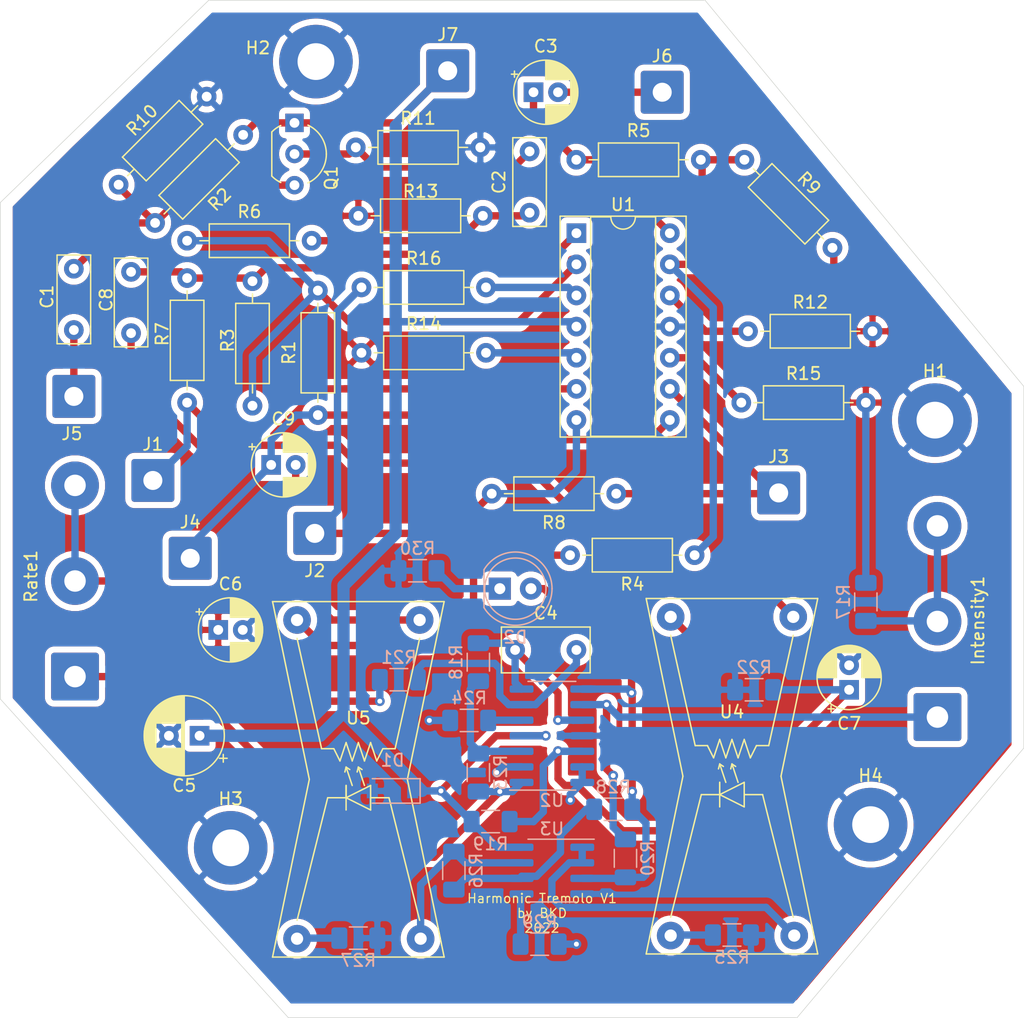
<source format=kicad_pcb>
(kicad_pcb (version 20171130) (host pcbnew "(5.1.12)-1")
  (layers (0 F.Cu signal) (31 B.Cu signal) (34 B.Paste user hide) (35 F.Paste user) (36 B.SilkS user hide) (37 F.SilkS user) (38 B.Mask user) (39 F.Mask user) (44 Edge.Cuts user))
  (net 0 "")
  (net 1 "Net-(C1-Pad1)")
  (net 2 "Net-(C1-Pad2)")
  (net 3 "Net-(C2-Pad1)")
  (net 4 "Net-(C2-Pad2)")
  (net 5 "Net-(C3-Pad2)")
  (net 6 "Net-(C3-Pad1)")
  (net 7 GND)
  (net 8 4.5V)
  (net 9 +9V)
  (net 10 "Net-(Intensity1-Pad1)")
  (net 11 "Net-(J2-Pad1)")
  (net 12 "Net-(J3-Pad1)")
  (net 13 Low)
  (net 14 "Net-(R12-Pad1)")
  (net 15 "Net-(R14-Pad2)")
  (net 16 High)
  (net 17 "Net-(R18-Pad2)")
  (net 18 "Net-(R21-Pad2)")
  (net 19 ModL)
  (net 20 ModH)
  (net 21 "Net-(R24-Pad1)")
  (net 22 "Net-(C4-Pad1)")
  (net 23 "Net-(C4-Pad2)")
  (net 24 "Net-(C7-Pad1)")
  (net 25 "Net-(D2-Pad1)")
  (net 26 "Net-(D2-Pad2)")
  (net 27 "Net-(Intensity1-Pad2)")
  (net 28 "Net-(J1-Pad1)")
  (net 29 "Net-(R1-Pad2)")
  (net 30 "Net-(R4-Pad1)")
  (net 31 "Net-(R15-Pad1)")
  (net 32 "Net-(R16-Pad2)")
  (net 33 "Net-(R23-Pad1)")
  (net 34 "Net-(R25-Pad1)")
  (net 35 "Net-(R26-Pad2)")
  (net 36 "Net-(R26-Pad1)")
  (net 37 "Net-(R27-Pad1)")
  (net 38 "Net-(R29-Pad2)")
  (net 39 "Net-(U3-Pad1)")
  (net 40 "Net-(C8-Pad1)")
  (net 41 "Net-(C9-Pad1)")
  (module Diode_SMD:D_SOD-123 (layer B.Cu) (at 159 131.5 180)
    (fp_text reference D1 (at 0 2.5) (layer B.SilkS) (effects (justify mirror)))
    (fp_text value SM4001)
    (pad 2 smd rect (at 1.65 0 180) (size 0.9 1.2) (layers B.Cu B.Paste B.Mask) (net 7 GND))
    (pad 1 smd rect (at -1.65 0 180) (size 0.9 1.2) (layers B.Cu B.Paste B.Mask) (net 9 +9V))
  )
  (module Resistor_SMD:R_1206_3216Metric_Pad1.30x1.75mm_HandSolder (layer B.Cu) (at 197.612 116.078 270)
    (fp_text reference R17 (at 0 1.82 90) (layer B.SilkS) (effects (justify mirror)))
    (fp_text value 4.7k)
    (pad 2 smd roundrect (at 1.55 0 270) (size 1.3 1.75) (layers B.Cu B.Paste B.Mask) (roundrect_rratio 0.1923069230769231) (net 27 "Net-(Intensity1-Pad2)"))
    (pad 1 smd roundrect (at -1.55 0 270) (size 1.3 1.75) (layers B.Cu B.Paste B.Mask) (roundrect_rratio 0.1923069230769231) (net 8 4.5V))
  )
  (module Capacitor_THT:C_Rect_L7.0mm_W2.5mm_P5.00mm (layer F.Cu) (at 170.18 84.328 90)
    (fp_text reference C2 (at 2.5 -2.5 90) (layer F.SilkS))
    (fp_text value 100n)
    (pad 1 thru_hole circle (at 0 0 90) (size 1.6 1.6) (drill 0.8) (layers *.Cu *.Mask) (net 3 "Net-(C2-Pad1)"))
    (pad 2 thru_hole circle (at 5 0 90) (size 1.6 1.6) (drill 0.8) (layers *.Cu *.Mask) (net 4 "Net-(C2-Pad2)"))
  )
  (module Capacitor_THT:C_Rect_L7.0mm_W2.5mm_P5.00mm (layer F.Cu) (at 137.668 89.154 270)
    (fp_text reference C8 (at 2.286 2.032 90) (layer F.SilkS))
    (fp_text value 47n)
    (pad 1 thru_hole circle (at 0 0 270) (size 1.6 1.6) (drill 0.8) (layers *.Cu *.Mask) (net 40 "Net-(C8-Pad1)"))
    (pad 2 thru_hole circle (at 5 0 270) (size 1.6 1.6) (drill 0.8) (layers *.Cu *.Mask) (net 16 High))
  )
  (module Capacitor_THT:CP_Radial_D6.3mm_P2.50mm (layer F.Cu) (at 143.256 127 180)
    (fp_text reference C5 (at 1.25 -4.064) (layer F.SilkS))
    (fp_text value 220u)
    (pad 2 thru_hole circle (at 2.5 0 180) (size 1.6 1.6) (drill 0.8) (layers *.Cu *.Mask) (net 7 GND))
    (pad 1 thru_hole rect (at 0 0 180) (size 1.6 1.6) (drill 0.8) (layers *.Cu *.Mask) (net 9 +9V))
  )
  (module Connector_Wire:SolderWire-1sqmm_1x03_P7.8mm_D1.4mm_OD3.9mm (layer F.Cu) (at 203.454 125.476 90)
    (fp_text reference Intensity1 (at 7.874 3.302 90) (layer F.SilkS))
    (fp_text value 100k)
    (pad 3 thru_hole circle (at 15.6 0 90) (size 3.9 3.9) (drill 1.75) (layers *.Cu *.Mask) (net 27 "Net-(Intensity1-Pad2)"))
    (pad 2 thru_hole circle (at 7.8 0 90) (size 3.9 3.9) (drill 1.75) (layers *.Cu *.Mask) (net 27 "Net-(Intensity1-Pad2)"))
    (pad 1 thru_hole roundrect (at 0 0 90) (size 3.9 3.9) (drill 1.75) (layers *.Cu *.Mask) (roundrect_rratio 0.06410282051282051) (net 10 "Net-(Intensity1-Pad1)"))
  )
  (module Connector_Wire:SolderWire-1sqmm_1x03_P7.8mm_D1.4mm_OD3.9mm (layer F.Cu) (at 133.096 122.174 90)
    (fp_text reference Rate1 (at 8.174 -3.596 90) (layer F.SilkS))
    (fp_text value 1Meg)
    (pad 3 thru_hole circle (at 15.6 0 90) (size 3.9 3.9) (drill 1.75) (layers *.Cu *.Mask) (net 18 "Net-(R21-Pad2)"))
    (pad 2 thru_hole circle (at 7.8 0 90) (size 3.9 3.9) (drill 1.75) (layers *.Cu *.Mask) (net 18 "Net-(R21-Pad2)"))
    (pad 1 thru_hole roundrect (at 0 0 90) (size 3.9 3.9) (drill 1.75) (layers *.Cu *.Mask) (roundrect_rratio 0.06410282051282051) (net 33 "Net-(R23-Pad1)"))
  )
  (module Vactrol:Vactrol (layer F.Cu) (at 186.69 130.302 90)
    (fp_text reference U4 (at 5.25 0 180) (layer F.SilkS))
    (fp_text value VTL5C)
    (pad 4 thru_hole circle (at 13 5 90) (size 2.25 2.25) (drill 1) (layers *.Cu *.Mask) (net 16 High))
    (pad 3 thru_hole circle (at 13 -5 90) (size 2.25 2.25) (drill 1) (layers *.Cu *.Mask) (net 20 ModH))
    (pad 2 thru_hole circle (at -13 5.08 90) (size 2.25 2.25) (drill 1) (layers *.Cu *.Mask) (net 39 "Net-(U3-Pad1)"))
    (pad 1 thru_hole circle (at -13 -5 90) (size 2.25 2.25) (drill 1) (layers *.Cu *.Mask) (net 34 "Net-(R25-Pad1)"))
  )
  (module Vactrol:Vactrol (layer F.Cu) (at 156.21 130.556 90)
    (fp_text reference U5 (at 5 0) (layer F.SilkS))
    (fp_text value VTL5C)
    (pad 4 thru_hole circle (at 13 5 90) (size 2.25 2.25) (drill 1) (layers *.Cu *.Mask) (net 13 Low))
    (pad 3 thru_hole circle (at 13 -5 90) (size 2.25 2.25) (drill 1) (layers *.Cu *.Mask) (net 19 ModL))
    (pad 2 thru_hole circle (at -13 5.08 90) (size 2.25 2.25) (drill 1) (layers *.Cu *.Mask) (net 35 "Net-(R26-Pad2)"))
    (pad 1 thru_hole circle (at -13 -5 90) (size 2.25 2.25) (drill 1) (layers *.Cu *.Mask) (net 37 "Net-(R27-Pad1)"))
  )
  (module Capacitor_THT:C_Rect_L7.0mm_W2.5mm_P5.00mm (layer F.Cu) (at 133 88.9 270)
    (fp_text reference C1 (at 2.286 2.19 90) (layer F.SilkS))
    (fp_text value 47n)
    (pad 2 thru_hole circle (at 5 0 270) (size 1.6 1.6) (drill 0.8) (layers *.Cu *.Mask) (net 2 "Net-(C1-Pad2)"))
    (pad 1 thru_hole circle (at 0 0 270) (size 1.6 1.6) (drill 0.8) (layers *.Cu *.Mask) (net 1 "Net-(C1-Pad1)"))
  )
  (module Capacitor_THT:CP_Radial_D5.0mm_P2.00mm (layer F.Cu) (at 170.5 74.5)
    (fp_text reference C3 (at 1 -3.75) (layer F.SilkS))
    (fp_text value 4.7u)
    (pad 2 thru_hole circle (at 2 0) (size 1.6 1.6) (drill 0.8) (layers *.Cu *.Mask) (net 5 "Net-(C3-Pad2)"))
    (pad 1 thru_hole rect (at 0 0) (size 1.6 1.6) (drill 0.8) (layers *.Cu *.Mask) (net 6 "Net-(C3-Pad1)"))
  )
  (module Capacitor_THT:C_Rect_L7.0mm_W3.5mm_P5.00mm (layer F.Cu) (at 169 120)
    (fp_text reference C4 (at 2.5 -3) (layer F.SilkS))
    (fp_text value 1u)
    (pad 1 thru_hole circle (at 0 0) (size 1.6 1.6) (drill 0.8) (layers *.Cu *.Mask) (net 22 "Net-(C4-Pad1)"))
    (pad 2 thru_hole circle (at 5 0) (size 1.6 1.6) (drill 0.8) (layers *.Cu *.Mask) (net 23 "Net-(C4-Pad2)"))
  )
  (module Capacitor_THT:CP_Radial_D5.0mm_P2.00mm (layer F.Cu) (at 144.78 118.364)
    (fp_text reference C6 (at 1 -3.75) (layer F.SilkS))
    (fp_text value 10u)
    (pad 1 thru_hole rect (at 0 0) (size 1.6 1.6) (drill 0.8) (layers *.Cu *.Mask) (net 8 4.5V))
    (pad 2 thru_hole circle (at 2 0) (size 1.6 1.6) (drill 0.8) (layers *.Cu *.Mask) (net 7 GND))
  )
  (module Capacitor_THT:CP_Radial_D5.0mm_P2.00mm (layer F.Cu) (at 196.25 123.25 90)
    (fp_text reference C7 (at -2.75 0 180) (layer F.SilkS))
    (fp_text value 10u)
    (pad 1 thru_hole rect (at 0 0 90) (size 1.6 1.6) (drill 0.8) (layers *.Cu *.Mask) (net 24 "Net-(C7-Pad1)"))
    (pad 2 thru_hole circle (at 2 0 90) (size 1.6 1.6) (drill 0.8) (layers *.Cu *.Mask) (net 7 GND))
  )
  (module LED_THT:LED_D5.0mm (layer B.Cu) (at 167.75 115)
    (fp_text reference D2 (at 1.27 3.96) (layer B.SilkS) (effects (justify mirror)))
    (fp_text value LED)
    (pad 1 thru_hole rect (at 0 0) (size 1.8 1.8) (drill 0.9) (layers *.Cu *.Mask) (net 25 "Net-(D2-Pad1)"))
    (pad 2 thru_hole circle (at 2.54 0) (size 1.8 1.8) (drill 0.9) (layers *.Cu *.Mask) (net 26 "Net-(D2-Pad2)"))
  )
  (module Connector_Wire:SolderWire-0.75sqmm_1x01_D1.25mm_OD3.5mm (layer F.Cu) (at 139.446 106.172)
    (fp_text reference J1 (at 0 -2.95) (layer F.SilkS))
    (fp_text value CA1)
    (pad 1 thru_hole roundrect (at 0 0) (size 3.5 3.5) (drill 1.55) (layers *.Cu *.Mask) (roundrect_rratio 0.07142885714285714) (net 28 "Net-(J1-Pad1)"))
  )
  (module Connector_Wire:SolderWire-0.75sqmm_1x01_D1.25mm_OD3.5mm (layer F.Cu) (at 152.654 110.49)
    (fp_text reference J2 (at 0 3.048) (layer F.SilkS))
    (fp_text value CA2)
    (pad 1 thru_hole roundrect (at 0 0) (size 3.5 3.5) (drill 1.55) (layers *.Cu *.Mask) (roundrect_rratio 0.07142885714285714) (net 11 "Net-(J2-Pad1)"))
  )
  (module Connector_Wire:SolderWire-0.75sqmm_1x01_D1.25mm_OD3.5mm (layer F.Cu) (at 190.5 107.188)
    (fp_text reference J3 (at 0 -2.95) (layer F.SilkS))
    (fp_text value CB1)
    (pad 1 thru_hole roundrect (at 0 0) (size 3.5 3.5) (drill 1.55) (layers *.Cu *.Mask) (roundrect_rratio 0.07142885714285714) (net 12 "Net-(J3-Pad1)"))
  )
  (module Connector_Wire:SolderWire-0.75sqmm_1x01_D1.25mm_OD3.5mm (layer F.Cu) (at 142.494 112.522)
    (fp_text reference J4 (at 0 -2.95) (layer F.SilkS))
    (fp_text value CB2)
    (pad 1 thru_hole roundrect (at 0 0) (size 3.5 3.5) (drill 1.55) (layers *.Cu *.Mask) (roundrect_rratio 0.07142885714285714) (net 41 "Net-(C9-Pad1)"))
  )
  (module Connector_Wire:SolderWire-0.75sqmm_1x01_D1.25mm_OD3.5mm (layer F.Cu) (at 133 99.314)
    (fp_text reference J5 (at -0.158 3.048) (layer F.SilkS))
    (fp_text value Input)
    (pad 1 thru_hole roundrect (at 0 0) (size 3.5 3.5) (drill 1.55) (layers *.Cu *.Mask) (roundrect_rratio 0.07142885714285714) (net 2 "Net-(C1-Pad2)"))
  )
  (module Connector_Wire:SolderWire-0.75sqmm_1x01_D1.25mm_OD3.5mm (layer F.Cu) (at 181 74.5)
    (fp_text reference J6 (at 0 -2.95) (layer F.SilkS))
    (fp_text value Out)
    (pad 1 thru_hole roundrect (at 0 0) (size 3.5 3.5) (drill 1.55) (layers *.Cu *.Mask) (roundrect_rratio 0.07142885714285714) (net 5 "Net-(C3-Pad2)"))
  )
  (module Connector_Wire:SolderWire-0.75sqmm_1x01_D1.25mm_OD3.5mm (layer F.Cu) (at 163.5 72.75)
    (fp_text reference J7 (at 0 -2.95) (layer F.SilkS))
    (fp_text value V+)
    (pad 1 thru_hole roundrect (at 0 0) (size 3.5 3.5) (drill 1.55) (layers *.Cu *.Mask) (roundrect_rratio 0.07142885714285714) (net 9 +9V))
  )
  (module Package_TO_SOT_THT:TO-92_Inline_Wide (layer F.Cu) (at 151 77 270)
    (fp_text reference Q1 (at 4.5 -3 90) (layer F.SilkS))
    (fp_text value Q_NJFET_DSG)
    (pad 2 thru_hole circle (at 2.54 0 270) (size 1.5 1.5) (drill 0.8) (layers *.Cu *.Mask) (net 4 "Net-(C2-Pad2)"))
    (pad 3 thru_hole circle (at 5.08 0 270) (size 1.5 1.5) (drill 0.8) (layers *.Cu *.Mask) (net 1 "Net-(C1-Pad1)"))
    (pad 1 thru_hole rect (at 0 0 270) (size 1.5 1.5) (drill 0.8) (layers *.Cu *.Mask) (net 9 +9V))
  )
  (module Resistor_THT:R_Axial_DIN0207_L6.3mm_D2.5mm_P10.16mm_Horizontal (layer F.Cu) (at 152.908 100.838 90)
    (fp_text reference R1 (at 5.08 -2.37 90) (layer F.SilkS))
    (fp_text value 22k)
    (pad 2 thru_hole oval (at 10.16 0 90) (size 1.6 1.6) (drill 0.8) (layers *.Cu *.Mask) (net 29 "Net-(R1-Pad2)"))
    (pad 1 thru_hole circle (at 0 0 90) (size 1.6 1.6) (drill 0.8) (layers *.Cu *.Mask) (net 41 "Net-(C9-Pad1)"))
  )
  (module Resistor_THT:R_Axial_DIN0207_L6.3mm_D2.5mm_P10.16mm_Horizontal (layer F.Cu) (at 146.812 77.978 225)
    (fp_text reference R2 (at 5.08 -2.37 45) (layer F.SilkS))
    (fp_text value 1Meg)
    (pad 2 thru_hole oval (at 10.16 0 225) (size 1.6 1.6) (drill 0.8) (layers *.Cu *.Mask) (net 1 "Net-(C1-Pad1)"))
    (pad 1 thru_hole circle (at 0 0 225) (size 1.6 1.6) (drill 0.8) (layers *.Cu *.Mask) (net 9 +9V))
  )
  (module Resistor_THT:R_Axial_DIN0207_L6.3mm_D2.5mm_P10.16mm_Horizontal (layer F.Cu) (at 147.574 89.916 270)
    (fp_text reference R3 (at 4.826 2.032 90) (layer F.SilkS))
    (fp_text value 22k)
    (pad 1 thru_hole circle (at 0 0 270) (size 1.6 1.6) (drill 0.8) (layers *.Cu *.Mask) (net 40 "Net-(C8-Pad1)"))
    (pad 2 thru_hole oval (at 10.16 0 270) (size 1.6 1.6) (drill 0.8) (layers *.Cu *.Mask) (net 29 "Net-(R1-Pad2)"))
  )
  (module Resistor_THT:R_Axial_DIN0207_L6.3mm_D2.5mm_P10.16mm_Horizontal (layer F.Cu) (at 183.642 112.268 180)
    (fp_text reference R4 (at 5.08 -2.37) (layer F.SilkS))
    (fp_text value 100k)
    (pad 2 thru_hole oval (at 10.16 0 180) (size 1.6 1.6) (drill 0.8) (layers *.Cu *.Mask) (net 19 ModL))
    (pad 1 thru_hole circle (at 0 0 180) (size 1.6 1.6) (drill 0.8) (layers *.Cu *.Mask) (net 30 "Net-(R4-Pad1)"))
  )
  (module Resistor_THT:R_Axial_DIN0207_L6.3mm_D2.5mm_P10.16mm_Horizontal (layer F.Cu) (at 173.99 80.01)
    (fp_text reference R5 (at 5.08 -2.37) (layer F.SilkS))
    (fp_text value 100k)
    (pad 1 thru_hole circle (at 0 0) (size 1.6 1.6) (drill 0.8) (layers *.Cu *.Mask) (net 6 "Net-(C3-Pad1)"))
    (pad 2 thru_hole oval (at 10.16 0) (size 1.6 1.6) (drill 0.8) (layers *.Cu *.Mask) (net 30 "Net-(R4-Pad1)"))
  )
  (module Resistor_THT:R_Axial_DIN0207_L6.3mm_D2.5mm_P10.16mm_Horizontal (layer F.Cu) (at 142.24 86.614)
    (fp_text reference R6 (at 5.08 -2.37) (layer F.SilkS))
    (fp_text value 22k)
    (pad 2 thru_hole oval (at 10.16 0) (size 1.6 1.6) (drill 0.8) (layers *.Cu *.Mask) (net 3 "Net-(C2-Pad1)"))
    (pad 1 thru_hole circle (at 0 0) (size 1.6 1.6) (drill 0.8) (layers *.Cu *.Mask) (net 29 "Net-(R1-Pad2)"))
  )
  (module Resistor_THT:R_Axial_DIN0207_L6.3mm_D2.5mm_P10.16mm_Horizontal (layer F.Cu) (at 142.24 99.822 90)
    (fp_text reference R7 (at 5.588 -2.032 90) (layer F.SilkS))
    (fp_text value 22k)
    (pad 2 thru_hole oval (at 10.16 0 90) (size 1.6 1.6) (drill 0.8) (layers *.Cu *.Mask) (net 40 "Net-(C8-Pad1)"))
    (pad 1 thru_hole circle (at 0 0 90) (size 1.6 1.6) (drill 0.8) (layers *.Cu *.Mask) (net 28 "Net-(J1-Pad1)"))
  )
  (module Resistor_THT:R_Axial_DIN0207_L6.3mm_D2.5mm_P10.16mm_Horizontal (layer F.Cu) (at 177.25 107.25 180)
    (fp_text reference R8 (at 5.08 -2.37) (layer F.SilkS))
    (fp_text value 22k)
    (pad 2 thru_hole oval (at 10.16 0 180) (size 1.6 1.6) (drill 0.8) (layers *.Cu *.Mask) (net 11 "Net-(J2-Pad1)"))
    (pad 1 thru_hole circle (at 0 0 180) (size 1.6 1.6) (drill 0.8) (layers *.Cu *.Mask) (net 12 "Net-(J3-Pad1)"))
  )
  (module Resistor_THT:R_Axial_DIN0207_L6.3mm_D2.5mm_P10.16mm_Horizontal (layer F.Cu) (at 187.706 80.01 315)
    (fp_text reference R9 (at 5.08 -2.37 135) (layer F.SilkS))
    (fp_text value 47k)
    (pad 1 thru_hole circle (at 0 0 315) (size 1.6 1.6) (drill 0.8) (layers *.Cu *.Mask) (net 30 "Net-(R4-Pad1)"))
    (pad 2 thru_hole oval (at 10.16 0 315) (size 1.6 1.6) (drill 0.8) (layers *.Cu *.Mask) (net 20 ModH))
  )
  (module Resistor_THT:R_Axial_DIN0207_L6.3mm_D2.5mm_P10.16mm_Horizontal (layer F.Cu) (at 136.652 82.042 45)
    (fp_text reference R10 (at 5.08 -2.37 45) (layer F.SilkS))
    (fp_text value 1Meg)
    (pad 1 thru_hole circle (at 0 0 45) (size 1.6 1.6) (drill 0.8) (layers *.Cu *.Mask) (net 1 "Net-(C1-Pad1)"))
    (pad 2 thru_hole oval (at 10.16 0 45) (size 1.6 1.6) (drill 0.8) (layers *.Cu *.Mask) (net 7 GND))
  )
  (module Resistor_THT:R_Axial_DIN0207_L6.3mm_D2.5mm_P10.16mm_Horizontal (layer F.Cu) (at 156 79)
    (fp_text reference R11 (at 5.08 -2.37) (layer F.SilkS))
    (fp_text value 2.2k)
    (pad 2 thru_hole oval (at 10.16 0) (size 1.6 1.6) (drill 0.8) (layers *.Cu *.Mask) (net 7 GND))
    (pad 1 thru_hole circle (at 0 0) (size 1.6 1.6) (drill 0.8) (layers *.Cu *.Mask) (net 4 "Net-(C2-Pad2)"))
  )
  (module Resistor_THT:R_Axial_DIN0207_L6.3mm_D2.5mm_P10.16mm_Horizontal (layer F.Cu) (at 188 94)
    (fp_text reference R12 (at 5.08 -2.37) (layer F.SilkS))
    (fp_text value 22k)
    (pad 2 thru_hole oval (at 10.16 0) (size 1.6 1.6) (drill 0.8) (layers *.Cu *.Mask) (net 8 4.5V))
    (pad 1 thru_hole circle (at 0 0) (size 1.6 1.6) (drill 0.8) (layers *.Cu *.Mask) (net 14 "Net-(R12-Pad1)"))
  )
  (module Resistor_THT:R_Axial_DIN0207_L6.3mm_D2.5mm_P10.16mm_Horizontal (layer F.Cu) (at 166.37 84.582 180)
    (fp_text reference R13 (at 5.08 2) (layer F.SilkS))
    (fp_text value 2.2Meg)
    (pad 1 thru_hole circle (at 0 0 180) (size 1.6 1.6) (drill 0.8) (layers *.Cu *.Mask) (net 3 "Net-(C2-Pad1)"))
    (pad 2 thru_hole oval (at 10.16 0 180) (size 1.6 1.6) (drill 0.8) (layers *.Cu *.Mask) (net 8 4.5V))
  )
  (module Resistor_THT:R_Axial_DIN0207_L6.3mm_D2.5mm_P10.16mm_Horizontal (layer F.Cu) (at 156.464 95.758)
    (fp_text reference R14 (at 5.08 -2.37) (layer F.SilkS))
    (fp_text value 22k)
    (pad 1 thru_hole circle (at 0 0) (size 1.6 1.6) (drill 0.8) (layers *.Cu *.Mask) (net 8 4.5V))
    (pad 2 thru_hole oval (at 10.16 0) (size 1.6 1.6) (drill 0.8) (layers *.Cu *.Mask) (net 15 "Net-(R14-Pad2)"))
  )
  (module Resistor_THT:R_Axial_DIN0207_L6.3mm_D2.5mm_P10.16mm_Horizontal (layer F.Cu) (at 187.452 99.822)
    (fp_text reference R15 (at 5.08 -2.37) (layer F.SilkS))
    (fp_text value 22k)
    (pad 1 thru_hole circle (at 0 0) (size 1.6 1.6) (drill 0.8) (layers *.Cu *.Mask) (net 31 "Net-(R15-Pad1)"))
    (pad 2 thru_hole oval (at 10.16 0) (size 1.6 1.6) (drill 0.8) (layers *.Cu *.Mask) (net 8 4.5V))
  )
  (module Resistor_THT:R_Axial_DIN0207_L6.3mm_D2.5mm_P10.16mm_Horizontal (layer F.Cu) (at 156.464 90.424)
    (fp_text reference R16 (at 5.08 -2.37) (layer F.SilkS))
    (fp_text value 27k)
    (pad 1 thru_hole circle (at 0 0) (size 1.6 1.6) (drill 0.8) (layers *.Cu *.Mask) (net 11 "Net-(J2-Pad1)"))
    (pad 2 thru_hole oval (at 10.16 0) (size 1.6 1.6) (drill 0.8) (layers *.Cu *.Mask) (net 32 "Net-(R16-Pad2)"))
  )
  (module Resistor_SMD:R_1206_3216Metric_Pad1.30x1.75mm_HandSolder (layer B.Cu) (at 166 121 270)
    (fp_text reference R18 (at 0 1.82 90) (layer B.SilkS) (effects (justify mirror)))
    (fp_text value 10k)
    (pad 2 smd roundrect (at 1.55 0 270) (size 1.3 1.75) (layers B.Cu B.Paste B.Mask) (roundrect_rratio 0.1923069230769231) (net 17 "Net-(R18-Pad2)"))
    (pad 1 smd roundrect (at -1.55 0 270) (size 1.3 1.75) (layers B.Cu B.Paste B.Mask) (roundrect_rratio 0.1923069230769231) (net 22 "Net-(C4-Pad1)"))
  )
  (module Resistor_SMD:R_1206_3216Metric_Pad1.30x1.75mm_HandSolder (layer B.Cu) (at 167 134)
    (fp_text reference R19 (at 0 1.82) (layer B.SilkS) (effects (justify mirror)))
    (fp_text value 100k)
    (pad 1 smd roundrect (at -1.55 0) (size 1.3 1.75) (layers B.Cu B.Paste B.Mask) (roundrect_rratio 0.1923069230769231) (net 9 +9V))
    (pad 2 smd roundrect (at 1.55 0) (size 1.3 1.75) (layers B.Cu B.Paste B.Mask) (roundrect_rratio 0.1923069230769231) (net 24 "Net-(C7-Pad1)"))
  )
  (module Resistor_SMD:R_1206_3216Metric_Pad1.30x1.75mm_HandSolder (layer B.Cu) (at 178 137 90)
    (fp_text reference R20 (at 0 1.82 90) (layer B.SilkS) (effects (justify mirror)))
    (fp_text value 470k)
    (pad 2 smd roundrect (at 1.55 0 90) (size 1.3 1.75) (layers B.Cu B.Paste B.Mask) (roundrect_rratio 0.1923069230769231) (net 10 "Net-(Intensity1-Pad1)"))
    (pad 1 smd roundrect (at -1.55 0 90) (size 1.3 1.75) (layers B.Cu B.Paste B.Mask) (roundrect_rratio 0.1923069230769231) (net 26 "Net-(D2-Pad2)"))
  )
  (module Resistor_SMD:R_1206_3216Metric_Pad1.30x1.75mm_HandSolder (layer B.Cu) (at 159.512 122.428 180)
    (fp_text reference R21 (at 0 1.82) (layer B.SilkS) (effects (justify mirror)))
    (fp_text value 100k)
    (pad 1 smd roundrect (at -1.55 0 180) (size 1.3 1.75) (layers B.Cu B.Paste B.Mask) (roundrect_rratio 0.1923069230769231) (net 23 "Net-(C4-Pad2)"))
    (pad 2 smd roundrect (at 1.55 0 180) (size 1.3 1.75) (layers B.Cu B.Paste B.Mask) (roundrect_rratio 0.1923069230769231) (net 18 "Net-(R21-Pad2)"))
  )
  (module Resistor_SMD:R_1206_3216Metric_Pad1.30x1.75mm_HandSolder (layer B.Cu) (at 188.5 123.25 180)
    (fp_text reference R22 (at 0 1.82) (layer B.SilkS) (effects (justify mirror)))
    (fp_text value 100k)
    (pad 1 smd roundrect (at -1.55 0 180) (size 1.3 1.75) (layers B.Cu B.Paste B.Mask) (roundrect_rratio 0.1923069230769231) (net 24 "Net-(C7-Pad1)"))
    (pad 2 smd roundrect (at 1.55 0 180) (size 1.3 1.75) (layers B.Cu B.Paste B.Mask) (roundrect_rratio 0.1923069230769231) (net 7 GND))
  )
  (module Resistor_SMD:R_1206_3216Metric_Pad1.30x1.75mm_HandSolder (layer B.Cu) (at 166 130 90)
    (fp_text reference R23 (at 0 1.82 90) (layer B.SilkS) (effects (justify mirror)))
    (fp_text value 47k)
    (pad 1 smd roundrect (at -1.55 0 90) (size 1.3 1.75) (layers B.Cu B.Paste B.Mask) (roundrect_rratio 0.1923069230769231) (net 33 "Net-(R23-Pad1)"))
    (pad 2 smd roundrect (at 1.55 0 90) (size 1.3 1.75) (layers B.Cu B.Paste B.Mask) (roundrect_rratio 0.1923069230769231) (net 17 "Net-(R18-Pad2)"))
  )
  (module Resistor_SMD:R_1206_3216Metric_Pad1.30x1.75mm_HandSolder (layer B.Cu) (at 165.25 125.75 180)
    (fp_text reference R24 (at 0 1.82) (layer B.SilkS) (effects (justify mirror)))
    (fp_text value 100k)
    (pad 1 smd roundrect (at -1.55 0 180) (size 1.3 1.75) (layers B.Cu B.Paste B.Mask) (roundrect_rratio 0.1923069230769231) (net 21 "Net-(R24-Pad1)"))
    (pad 2 smd roundrect (at 1.55 0 180) (size 1.3 1.75) (layers B.Cu B.Paste B.Mask) (roundrect_rratio 0.1923069230769231) (net 8 4.5V))
  )
  (module Resistor_SMD:R_1206_3216Metric_Pad1.30x1.75mm_HandSolder (layer B.Cu) (at 186.69 143.256)
    (fp_text reference R25 (at 0 1.82) (layer B.SilkS) (effects (justify mirror)))
    (fp_text value 1k)
    (pad 2 smd roundrect (at 1.55 0) (size 1.3 1.75) (layers B.Cu B.Paste B.Mask) (roundrect_rratio 0.1923069230769231) (net 7 GND))
    (pad 1 smd roundrect (at -1.55 0) (size 1.3 1.75) (layers B.Cu B.Paste B.Mask) (roundrect_rratio 0.1923069230769231) (net 34 "Net-(R25-Pad1)"))
  )
  (module Resistor_SMD:R_1206_3216Metric_Pad1.30x1.75mm_HandSolder (layer B.Cu) (at 164 138 90)
    (fp_text reference R26 (at 0 1.82 90) (layer B.SilkS) (effects (justify mirror)))
    (fp_text value 22k)
    (pad 1 smd roundrect (at -1.55 0 90) (size 1.3 1.75) (layers B.Cu B.Paste B.Mask) (roundrect_rratio 0.1923069230769231) (net 36 "Net-(R26-Pad1)"))
    (pad 2 smd roundrect (at 1.55 0 90) (size 1.3 1.75) (layers B.Cu B.Paste B.Mask) (roundrect_rratio 0.1923069230769231) (net 35 "Net-(R26-Pad2)"))
  )
  (module Resistor_SMD:R_1206_3216Metric_Pad1.30x1.75mm_HandSolder (layer B.Cu) (at 156.21 143.51)
    (fp_text reference R27 (at 0 1.82) (layer B.SilkS) (effects (justify mirror)))
    (fp_text value 1k)
    (pad 2 smd roundrect (at 1.55 0) (size 1.3 1.75) (layers B.Cu B.Paste B.Mask) (roundrect_rratio 0.1923069230769231) (net 7 GND))
    (pad 1 smd roundrect (at -1.55 0) (size 1.3 1.75) (layers B.Cu B.Paste B.Mask) (roundrect_rratio 0.1923069230769231) (net 37 "Net-(R27-Pad1)"))
  )
  (module Resistor_SMD:R_1206_3216Metric_Pad1.30x1.75mm_HandSolder (layer B.Cu) (at 177 133 180)
    (fp_text reference R28 (at 0 1.82) (layer B.SilkS) (effects (justify mirror)))
    (fp_text value 22k)
    (pad 2 smd roundrect (at 1.55 0 180) (size 1.3 1.75) (layers B.Cu B.Paste B.Mask) (roundrect_rratio 0.1923069230769231) (net 36 "Net-(R26-Pad1)"))
    (pad 1 smd roundrect (at -1.55 0 180) (size 1.3 1.75) (layers B.Cu B.Paste B.Mask) (roundrect_rratio 0.1923069230769231) (net 26 "Net-(D2-Pad2)"))
  )
  (module Resistor_SMD:R_1206_3216Metric_Pad1.30x1.75mm_HandSolder (layer B.Cu) (at 171 144 180)
    (fp_text reference R29 (at 0 1.82) (layer B.SilkS) (effects (justify mirror)))
    (fp_text value 10k)
    (pad 2 smd roundrect (at 1.55 0 180) (size 1.3 1.75) (layers B.Cu B.Paste B.Mask) (roundrect_rratio 0.1923069230769231) (net 38 "Net-(R29-Pad2)"))
    (pad 1 smd roundrect (at -1.55 0 180) (size 1.3 1.75) (layers B.Cu B.Paste B.Mask) (roundrect_rratio 0.1923069230769231) (net 8 4.5V))
  )
  (module Resistor_SMD:R_1206_3216Metric_Pad1.30x1.75mm_HandSolder (layer B.Cu) (at 161.036 113.538 180)
    (fp_text reference R30 (at 0 1.82) (layer B.SilkS) (effects (justify mirror)))
    (fp_text value 1k)
    (pad 1 smd roundrect (at -1.55 0 180) (size 1.3 1.75) (layers B.Cu B.Paste B.Mask) (roundrect_rratio 0.1923069230769231) (net 25 "Net-(D2-Pad1)"))
    (pad 2 smd roundrect (at 1.55 0 180) (size 1.3 1.75) (layers B.Cu B.Paste B.Mask) (roundrect_rratio 0.1923069230769231) (net 7 GND))
  )
  (module Package_DIP:DIP-14_W7.62mm_Socket (layer F.Cu) (at 174 86)
    (fp_text reference U1 (at 3.81 -2.33) (layer F.SilkS))
    (fp_text value TL074)
    (pad 1 thru_hole rect (at 0 0) (size 1.6 1.6) (drill 0.8) (layers *.Cu *.Mask) (net 40 "Net-(C8-Pad1)"))
    (pad 8 thru_hole oval (at 7.62 15.24) (size 1.6 1.6) (drill 0.8) (layers *.Cu *.Mask) (net 41 "Net-(C9-Pad1)"))
    (pad 2 thru_hole oval (at 0 2.54) (size 1.6 1.6) (drill 0.8) (layers *.Cu *.Mask) (net 29 "Net-(R1-Pad2)"))
    (pad 9 thru_hole oval (at 7.62 12.7) (size 1.6 1.6) (drill 0.8) (layers *.Cu *.Mask) (net 12 "Net-(J3-Pad1)"))
    (pad 3 thru_hole oval (at 0 5.08) (size 1.6 1.6) (drill 0.8) (layers *.Cu *.Mask) (net 32 "Net-(R16-Pad2)"))
    (pad 10 thru_hole oval (at 7.62 10.16) (size 1.6 1.6) (drill 0.8) (layers *.Cu *.Mask) (net 31 "Net-(R15-Pad1)"))
    (pad 4 thru_hole oval (at 0 7.62) (size 1.6 1.6) (drill 0.8) (layers *.Cu *.Mask) (net 9 +9V))
    (pad 11 thru_hole oval (at 7.62 7.62) (size 1.6 1.6) (drill 0.8) (layers *.Cu *.Mask) (net 7 GND))
    (pad 5 thru_hole oval (at 0 10.16) (size 1.6 1.6) (drill 0.8) (layers *.Cu *.Mask) (net 15 "Net-(R14-Pad2)"))
    (pad 12 thru_hole oval (at 7.62 5.08) (size 1.6 1.6) (drill 0.8) (layers *.Cu *.Mask) (net 14 "Net-(R12-Pad1)"))
    (pad 6 thru_hole oval (at 0 12.7) (size 1.6 1.6) (drill 0.8) (layers *.Cu *.Mask) (net 28 "Net-(J1-Pad1)"))
    (pad 13 thru_hole oval (at 7.62 2.54) (size 1.6 1.6) (drill 0.8) (layers *.Cu *.Mask) (net 30 "Net-(R4-Pad1)"))
    (pad 7 thru_hole oval (at 0 15.24) (size 1.6 1.6) (drill 0.8) (layers *.Cu *.Mask) (net 11 "Net-(J2-Pad1)"))
    (pad 14 thru_hole oval (at 7.62 0) (size 1.6 1.6) (drill 0.8) (layers *.Cu *.Mask) (net 6 "Net-(C3-Pad1)"))
  )
  (module Package_SO:SOIC-14_3.9x8.7mm_P1.27mm (layer B.Cu) (at 172 127)
    (fp_text reference U2 (at 0 5.28) (layer B.SilkS) (effects (justify mirror)))
    (fp_text value LM324)
    (pad 1 smd roundrect (at -2.475 3.81) (size 1.95 0.6) (layers B.Cu B.Paste B.Mask) (net 33 "Net-(R23-Pad1)"))
    (pad 2 smd roundrect (at -2.475 2.54) (size 1.95 0.6) (layers B.Cu B.Paste B.Mask) (net 8 4.5V))
    (pad 3 smd roundrect (at -2.475 1.27) (size 1.95 0.6) (layers B.Cu B.Paste B.Mask) (net 17 "Net-(R18-Pad2)"))
    (pad 4 smd roundrect (at -2.475 0) (size 1.95 0.6) (layers B.Cu B.Paste B.Mask) (net 9 +9V))
    (pad 5 smd roundrect (at -2.475 -1.27) (size 1.95 0.6) (layers B.Cu B.Paste B.Mask) (net 21 "Net-(R24-Pad1)"))
    (pad 6 smd roundrect (at -2.475 -2.54) (size 1.95 0.6) (layers B.Cu B.Paste B.Mask) (net 23 "Net-(C4-Pad2)"))
    (pad 7 smd roundrect (at -2.475 -3.81) (size 1.95 0.6) (layers B.Cu B.Paste B.Mask) (net 22 "Net-(C4-Pad1)"))
    (pad 8 smd roundrect (at 2.475 -3.81) (size 1.95 0.6) (layers B.Cu B.Paste B.Mask) (net 26 "Net-(D2-Pad2)"))
    (pad 9 smd roundrect (at 2.475 -2.54) (size 1.95 0.6) (layers B.Cu B.Paste B.Mask) (net 10 "Net-(Intensity1-Pad1)"))
    (pad 10 smd roundrect (at 2.475 -1.27) (size 1.95 0.6) (layers B.Cu B.Paste B.Mask) (net 22 "Net-(C4-Pad1)"))
    (pad 11 smd roundrect (at 2.475 0) (size 1.95 0.6) (layers B.Cu B.Paste B.Mask) (net 7 GND))
    (pad 12 smd roundrect (at 2.475 1.27) (size 1.95 0.6) (layers B.Cu B.Paste B.Mask) (net 24 "Net-(C7-Pad1)"))
    (pad 13 smd roundrect (at 2.475 2.54) (size 1.95 0.6) (layers B.Cu B.Paste B.Mask) (net 8 4.5V))
    (pad 14 smd roundrect (at 2.475 3.81) (size 1.95 0.6) (layers B.Cu B.Paste B.Mask) (net 8 4.5V))
  )
  (module Package_SO:SOIC-8_3.9x4.9mm_P1.27mm (layer B.Cu) (at 172 138 180)
    (fp_text reference U3 (at 0 3.4) (layer B.SilkS) (effects (justify mirror)))
    (fp_text value LM358)
    (pad 1 smd roundrect (at -2.475 1.905 180) (size 1.95 0.6) (layers B.Cu B.Paste B.Mask) (net 39 "Net-(U3-Pad1)"))
    (pad 2 smd roundrect (at -2.475 0.635 180) (size 1.95 0.6) (layers B.Cu B.Paste B.Mask) (net 39 "Net-(U3-Pad1)"))
    (pad 3 smd roundrect (at -2.475 -0.635 180) (size 1.95 0.6) (layers B.Cu B.Paste B.Mask) (net 26 "Net-(D2-Pad2)"))
    (pad 4 smd roundrect (at -2.475 -1.905 180) (size 1.95 0.6) (layers B.Cu B.Paste B.Mask) (net 7 GND))
    (pad 5 smd roundrect (at 2.475 -1.905 180) (size 1.95 0.6) (layers B.Cu B.Paste B.Mask) (net 38 "Net-(R29-Pad2)"))
    (pad 6 smd roundrect (at 2.475 -0.635 180) (size 1.95 0.6) (layers B.Cu B.Paste B.Mask) (net 36 "Net-(R26-Pad1)"))
    (pad 7 smd roundrect (at 2.475 0.635 180) (size 1.95 0.6) (layers B.Cu B.Paste B.Mask) (net 35 "Net-(R26-Pad2)"))
    (pad 8 smd roundrect (at 2.475 1.905 180) (size 1.95 0.6) (layers B.Cu B.Paste B.Mask) (net 9 +9V))
  )
  (module MountingHole:MountingHole_3mm_Pad_TopBottom (layer F.Cu) (at 203.25 101.25)
    (fp_text reference H1 (at 0 -4) (layer F.SilkS))
    (fp_text value Hole)
    (pad 1 connect circle (at 0 0) (size 6 6) (layers B.Cu B.Mask) (net 7 GND))
    (pad 1 connect circle (at 0 0) (size 6 6) (layers F.Cu F.Mask) (net 7 GND))
    (pad 1 thru_hole circle (at 0 0) (size 3.4 3.4) (drill 3) (layers *.Cu *.Mask) (net 7 GND))
  )
  (module MountingHole:MountingHole_3mm_Pad_TopBottom (layer F.Cu) (at 152.75 72)
    (fp_text reference H2 (at -4.734 -1.118) (layer F.SilkS))
    (fp_text value Hole)
    (pad 1 thru_hole circle (at 0 0) (size 3.4 3.4) (drill 3) (layers *.Cu *.Mask) (net 7 GND))
    (pad 1 connect circle (at 0 0) (size 6 6) (layers F.Cu F.Mask) (net 7 GND))
    (pad 1 connect circle (at 0 0) (size 6 6) (layers B.Cu B.Mask) (net 7 GND))
  )
  (module MountingHole:MountingHole_3mm_Pad_TopBottom (layer F.Cu) (at 145.796 136.144)
    (fp_text reference H3 (at 0 -4) (layer F.SilkS))
    (fp_text value Hole)
    (pad 1 thru_hole circle (at 0 0) (size 3.4 3.4) (drill 3) (layers *.Cu *.Mask) (net 7 GND))
    (pad 1 connect circle (at 0 0) (size 6 6) (layers F.Cu F.Mask) (net 7 GND))
    (pad 1 connect circle (at 0 0) (size 6 6) (layers B.Cu B.Mask) (net 7 GND))
  )
  (module Capacitor_THT:CP_Radial_D5.0mm_P2.00mm (layer F.Cu) (at 149.098 104.902)
    (fp_text reference C9 (at 1 -3.75) (layer F.SilkS))
    (fp_text value 4.7u)
    (pad 1 thru_hole rect (at 0 0) (size 1.6 1.6) (drill 0.8) (layers *.Cu *.Mask) (net 41 "Net-(C9-Pad1)"))
    (pad 2 thru_hole circle (at 2 0) (size 1.6 1.6) (drill 0.8) (layers *.Cu *.Mask) (net 13 Low))
  )
  (module MountingHole:MountingHole_3mm_Pad_TopBottom (layer F.Cu) (at 198 134.25)
    (fp_text reference H4 (at 0 -4) (layer F.SilkS))
    (fp_text value Hole)
    (pad 1 thru_hole circle (at 0 0) (size 3.4 3.4) (drill 3) (layers *.Cu *.Mask) (net 7 GND))
    (pad 1 connect circle (at 0 0) (size 6 6) (layers F.Cu F.Mask) (net 7 GND))
    (pad 1 connect circle (at 0 0) (size 6 6) (layers B.Cu B.Mask) (net 7 GND))
  )
  (gr_line (start 144 67) (end 184.5 67) (layer Edge.Cuts) (width 0.05))
  (gr_line (start 127 83.5) (end 144 67) (layer Edge.Cuts) (width 0.05))
  (gr_line (start 127 84) (end 127 83.5) (layer Edge.Cuts) (width 0.05))
  (gr_line (start 127 124) (end 127 84) (layer Edge.Cuts) (width 0.05))
  (gr_line (start 150.5 150) (end 127 124) (layer Edge.Cuts) (width 0.05))
  (gr_line (start 192 150) (end 150.5 150) (layer Edge.Cuts) (width 0.05))
  (gr_line (start 210.5 128) (end 192 150) (layer Edge.Cuts) (width 0.05))
  (gr_line (start 210.5 98.5) (end 210.5 128) (layer Edge.Cuts) (width 0.05))
  (gr_line (start 184.5 67) (end 210.5 98.5) (layer Edge.Cuts) (width 0.05))
  (gr_text "Harmonic Tremolo V1\nby BKD\n2022" (at 171.196 141.478) (layer F.SilkS) (effects (font (size 0.75 0.75) (thickness 0.1))))
  (segment (start 136.652 82.18641) (end 139.627795 85.162205) (width 0.6) (layer F.Cu) (net 1))
  (segment (start 136.652 82.042) (end 136.652 82.18641) (width 0.6) (layer F.Cu) (net 1))
  (segment (start 142.71 82.08) (end 151 82.08) (width 0.6) (layer F.Cu) (net 1))
  (segment (start 139.627795 85.162205) (end 142.71 82.08) (width 0.6) (layer F.Cu) (net 1))
  (segment (start 136.737795 85.162205) (end 133 88.9) (width 0.6) (layer F.Cu) (net 1))
  (segment (start 139.627795 85.162205) (end 136.737795 85.162205) (width 0.6) (layer F.Cu) (net 1))
  (segment (start 133 93.9) (end 133 99.314) (width 0.6) (layer F.Cu) (net 2))
  (segment (start 164.338 86.614) (end 166.37 84.582) (width 0.6) (layer F.Cu) (net 3))
  (segment (start 152.4 86.614) (end 164.338 86.614) (width 0.6) (layer F.Cu) (net 3))
  (segment (start 169.926 84.582) (end 170.18 84.328) (width 0.6) (layer F.Cu) (net 3))
  (segment (start 166.37 84.582) (end 169.926 84.582) (width 0.6) (layer F.Cu) (net 3))
  (segment (start 155.46 79.54) (end 156 79) (width 0.6) (layer F.Cu) (net 4))
  (segment (start 151 79.54) (end 155.46 79.54) (width 0.6) (layer F.Cu) (net 4))
  (segment (start 168.907999 80.600001) (end 170.18 79.328) (width 0.6) (layer F.Cu) (net 4))
  (segment (start 157.600001 80.600001) (end 168.907999 80.600001) (width 0.6) (layer F.Cu) (net 4))
  (segment (start 156 79) (end 157.600001 80.600001) (width 0.6) (layer F.Cu) (net 4))
  (segment (start 172.5 74.5) (end 181 74.5) (width 0.6) (layer F.Cu) (net 5))
  (segment (start 170 75) (end 170.5 74.5) (width 0.6) (layer F.Cu) (net 6))
  (segment (start 170.5 76.52) (end 173.99 80.01) (width 0.6) (layer F.Cu) (net 6))
  (segment (start 170.5 74.5) (end 170.5 76.52) (width 0.6) (layer F.Cu) (net 6))
  (segment (start 175.63 80.01) (end 181.62 86) (width 0.6) (layer F.Cu) (net 6))
  (segment (start 173.99 80.01) (end 175.63 80.01) (width 0.6) (layer F.Cu) (net 6))
  (segment (start 172.55 144) (end 174 144) (width 0.6) (layer B.Cu) (net 8))
  (segment (start 174 144) (end 174 144) (width 0.6) (layer B.Cu) (net 8))
  (via (at 174 144) (size 0.8) (drill 0.4) (layers F.Cu B.Cu) (net 8))
  (segment (start 174.475 129.54) (end 174.475 130.81) (width 0.6) (layer B.Cu) (net 8))
  (via (at 173.5 132.25) (size 0.8) (drill 0.4) (layers F.Cu B.Cu) (net 8))
  (via (at 167.5 130) (size 0.8) (drill 0.4) (layers F.Cu B.Cu) (net 8))
  (via (at 162 125.75) (size 0.8) (drill 0.4) (layers F.Cu B.Cu) (net 8))
  (segment (start 173.5 131.785) (end 174.475 130.81) (width 0.6) (layer B.Cu) (net 8))
  (segment (start 173.5 132.25) (end 173.5 131.785) (width 0.6) (layer B.Cu) (net 8))
  (segment (start 167.96 129.54) (end 169.525 129.54) (width 0.6) (layer B.Cu) (net 8))
  (segment (start 167.5 130) (end 167.96 129.54) (width 0.6) (layer B.Cu) (net 8))
  (segment (start 197.612 113.004) (end 197.612 99.822) (width 0.6) (layer B.Cu) (net 8))
  (segment (start 197.612 114.528) (end 197.612 113.004) (width 0.6) (layer B.Cu) (net 8))
  (segment (start 163.7 125.75) (end 162 125.75) (width 0.6) (layer B.Cu) (net 8))
  (segment (start 167.545 136.095) (end 165.45 134) (width 0.6) (layer B.Cu) (net 9))
  (segment (start 169.525 136.095) (end 167.545 136.095) (width 0.6) (layer B.Cu) (net 9))
  (segment (start 155 125.1) (end 161.4 131.5) (width 1) (layer B.Cu) (net 9))
  (segment (start 155 114.75) (end 155 125.1) (width 1) (layer B.Cu) (net 9))
  (segment (start 159.25 110.5) (end 155 114.75) (width 1) (layer B.Cu) (net 9))
  (segment (start 162.95 131.5) (end 162.95 131.5) (width 0.6) (layer B.Cu) (net 9))
  (segment (start 161.4 131.5) (end 162.95 131.5) (width 0.6) (layer B.Cu) (net 9))
  (segment (start 169.525 127) (end 171 127) (width 0.6) (layer B.Cu) (net 9))
  (segment (start 171 127) (end 171.5 127) (width 0.6) (layer B.Cu) (net 9))
  (segment (start 162.95 131.5) (end 165.45 134) (width 0.6) (layer B.Cu) (net 9))
  (via (at 162.95 131.5) (size 0.8) (drill 0.4) (layers F.Cu B.Cu) (net 9))
  (segment (start 171.5 127) (end 171.5 127) (width 0.6) (layer B.Cu) (net 9))
  (via (at 171.5 127) (size 0.8) (drill 0.4) (layers F.Cu B.Cu) (net 9))
  (segment (start 167.45 127) (end 162.95 131.5) (width 0.6) (layer F.Cu) (net 9))
  (segment (start 171.5 127) (end 167.45 127) (width 0.6) (layer F.Cu) (net 9))
  (segment (start 159.25 95.75) (end 159.25 110.5) (width 1) (layer B.Cu) (net 9))
  (segment (start 153.1 127) (end 155 125.1) (width 1) (layer B.Cu) (net 9))
  (segment (start 143.256 127) (end 153.1 127) (width 1) (layer B.Cu) (net 9))
  (segment (start 147.79 77) (end 146.812 77.978) (width 0.6) (layer F.Cu) (net 9))
  (segment (start 151 77) (end 147.79 77) (width 0.6) (layer F.Cu) (net 9))
  (segment (start 173.606 93.226) (end 174 93.62) (width 0.6) (layer B.Cu) (net 9))
  (segment (start 159.25 93.226) (end 173.606 93.226) (width 0.6) (layer B.Cu) (net 9))
  (segment (start 159.25 93.226) (end 159.25 95.75) (width 1) (layer B.Cu) (net 9))
  (segment (start 159.258 78.486) (end 159.258 77.258) (width 1) (layer B.Cu) (net 9))
  (segment (start 159.258 78.486) (end 159.258 96.426) (width 1) (layer B.Cu) (net 9))
  (segment (start 159.258 76.992) (end 163.5 72.75) (width 0.6) (layer B.Cu) (net 9))
  (segment (start 159.258 77.258) (end 159.258 76.992) (width 0.6) (layer B.Cu) (net 9))
  (segment (start 159.25 77) (end 163.5 72.75) (width 0.6) (layer F.Cu) (net 9))
  (segment (start 151 77) (end 159.25 77) (width 0.6) (layer F.Cu) (net 9))
  (segment (start 178 135.45) (end 177 134.45) (width 0.6) (layer B.Cu) (net 10))
  (segment (start 176.46 124.46) (end 176.46 124.46) (width 0.6) (layer B.Cu) (net 10))
  (segment (start 177 134.45) (end 177 130.25) (width 0.6) (layer B.Cu) (net 10))
  (segment (start 176.46 124.46) (end 174.475 124.46) (width 0.6) (layer B.Cu) (net 10))
  (via (at 176.46 124.46) (size 0.8) (drill 0.4) (layers F.Cu B.Cu) (net 10))
  (segment (start 177 130.25) (end 177 130.25) (width 0.6) (layer B.Cu) (net 10))
  (via (at 177 130.25) (size 0.8) (drill 0.4) (layers F.Cu B.Cu) (net 10))
  (segment (start 176.46 129.71) (end 177 130.25) (width 0.6) (layer F.Cu) (net 10))
  (segment (start 176.46 124.46) (end 176.46 129.71) (width 0.6) (layer F.Cu) (net 10))
  (segment (start 176.859999 124.859999) (end 176.46 124.46) (width 0.6) (layer B.Cu) (net 10))
  (segment (start 177.476 125.476) (end 176.46 124.46) (width 0.6) (layer B.Cu) (net 10))
  (segment (start 203.454 125.476) (end 177.476 125.476) (width 0.6) (layer B.Cu) (net 10))
  (segment (start 163.85 110.49) (end 167.09 107.25) (width 0.6) (layer F.Cu) (net 11))
  (segment (start 152.654 110.49) (end 163.85 110.49) (width 0.6) (layer F.Cu) (net 11))
  (segment (start 167.09 107.25) (end 172.15 107.25) (width 0.6) (layer B.Cu) (net 11))
  (segment (start 174 105.4) (end 174 101.24) (width 0.6) (layer B.Cu) (net 11))
  (segment (start 172.15 107.25) (end 174 105.4) (width 0.6) (layer B.Cu) (net 11))
  (segment (start 154.508001 92.379999) (end 156.464 90.424) (width 0.6) (layer B.Cu) (net 11))
  (segment (start 154.508001 108.635999) (end 154.508001 92.379999) (width 0.6) (layer B.Cu) (net 11))
  (segment (start 152.654 110.49) (end 154.508001 108.635999) (width 0.6) (layer B.Cu) (net 11))
  (segment (start 190.438 107.25) (end 190.5 107.188) (width 0.6) (layer F.Cu) (net 12))
  (segment (start 177.25 107.25) (end 190.438 107.25) (width 0.6) (layer F.Cu) (net 12))
  (segment (start 190.108 107.188) (end 181.62 98.7) (width 0.6) (layer F.Cu) (net 12))
  (segment (start 190.5 107.188) (end 190.108 107.188) (width 0.6) (layer F.Cu) (net 12))
  (segment (start 151.098 106.03337) (end 148.336 108.79537) (width 0.6) (layer F.Cu) (net 13))
  (segment (start 151.098 104.902) (end 151.098 106.03337) (width 0.6) (layer F.Cu) (net 13))
  (segment (start 148.336 108.79537) (end 148.336 112.268) (width 0.6) (layer F.Cu) (net 13))
  (segment (start 154.059002 117.556) (end 161.21 117.556) (width 0.6) (layer F.Cu) (net 13))
  (segment (start 148.771002 112.268) (end 154.059002 117.556) (width 0.6) (layer F.Cu) (net 13))
  (segment (start 148.336 112.268) (end 148.771002 112.268) (width 0.6) (layer F.Cu) (net 13))
  (segment (start 184.54 94) (end 181.62 91.08) (width 0.6) (layer F.Cu) (net 14))
  (segment (start 188 94) (end 184.54 94) (width 0.6) (layer F.Cu) (net 14))
  (segment (start 173.598 95.758) (end 174 96.16) (width 0.6) (layer B.Cu) (net 15))
  (segment (start 166.624 95.758) (end 173.598 95.758) (width 0.6) (layer B.Cu) (net 15))
  (segment (start 143.179999 103.301999) (end 137.668 97.79) (width 0.6) (layer F.Cu) (net 16))
  (segment (start 154.609999 103.301999) (end 143.179999 103.301999) (width 0.6) (layer F.Cu) (net 16))
  (segment (start 175.26 110.236) (end 169.784001 104.760001) (width 0.6) (layer F.Cu) (net 16))
  (segment (start 137.668 97.79) (end 137.668 94.154) (width 0.6) (layer F.Cu) (net 16))
  (segment (start 156.068001 104.760001) (end 154.609999 103.301999) (width 0.6) (layer F.Cu) (net 16))
  (segment (start 178.562 110.236) (end 175.26 110.236) (width 0.6) (layer F.Cu) (net 16))
  (segment (start 183.702999 115.376999) (end 178.562 110.236) (width 0.6) (layer F.Cu) (net 16))
  (segment (start 189.764999 115.376999) (end 183.702999 115.376999) (width 0.6) (layer F.Cu) (net 16))
  (segment (start 169.784001 104.760001) (end 156.068001 104.760001) (width 0.6) (layer F.Cu) (net 16))
  (segment (start 191.69 117.302) (end 189.764999 115.376999) (width 0.6) (layer F.Cu) (net 16))
  (segment (start 166.18 128.27) (end 169.525 128.27) (width 0.6) (layer B.Cu) (net 17))
  (segment (start 166 128.45) (end 166.18 128.27) (width 0.6) (layer B.Cu) (net 17))
  (segment (start 166 128.45) (end 166 128.25) (width 0.6) (layer B.Cu) (net 17))
  (segment (start 165.34999 123.20001) (end 166 122.55) (width 0.6) (layer B.Cu) (net 17))
  (segment (start 165.34999 127.59999) (end 165.34999 123.20001) (width 0.6) (layer B.Cu) (net 17))
  (segment (start 166 128.25) (end 165.34999 127.59999) (width 0.6) (layer B.Cu) (net 17))
  (segment (start 133.096 106.574) (end 133.096 114.374) (width 0.6) (layer B.Cu) (net 18))
  (segment (start 157.962 122.428) (end 157.962 124.18) (width 0.6) (layer B.Cu) (net 18))
  (segment (start 157.962 124.18) (end 157.962 124.18) (width 0.6) (layer B.Cu) (net 18))
  (via (at 157.962 124.18) (size 0.8) (drill 0.4) (layers F.Cu B.Cu) (net 18))
  (segment (start 157.962 124.18) (end 146.278 124.18) (width 0.6) (layer F.Cu) (net 18))
  (segment (start 136.472 114.374) (end 133.096 114.374) (width 0.6) (layer F.Cu) (net 18))
  (segment (start 146.278 124.18) (end 136.472 114.374) (width 0.6) (layer F.Cu) (net 18))
  (segment (start 151.21 117.556) (end 153.288 119.634) (width 0.6) (layer F.Cu) (net 19))
  (segment (start 161.981002 119.634) (end 165.608 116.007002) (width 0.6) (layer F.Cu) (net 19))
  (segment (start 153.288 119.634) (end 161.981002 119.634) (width 0.6) (layer F.Cu) (net 19))
  (segment (start 167.241998 112.268) (end 173.482 112.268) (width 0.6) (layer F.Cu) (net 19))
  (segment (start 165.608 113.901998) (end 167.241998 112.268) (width 0.6) (layer F.Cu) (net 19))
  (segment (start 165.608 116.007002) (end 165.608 113.901998) (width 0.6) (layer F.Cu) (net 19))
  (segment (start 195 87.304) (end 194.890205 87.194205) (width 0.6) (layer F.Cu) (net 20))
  (segment (start 195 116.841002) (end 195 87.304) (width 0.6) (layer F.Cu) (net 20))
  (segment (start 192.614001 119.227001) (end 195 116.841002) (width 0.6) (layer F.Cu) (net 20))
  (segment (start 183.615001 119.227001) (end 192.614001 119.227001) (width 0.6) (layer F.Cu) (net 20))
  (segment (start 181.69 117.302) (end 183.615001 119.227001) (width 0.6) (layer F.Cu) (net 20))
  (segment (start 166.82 125.73) (end 166.8 125.75) (width 0.6) (layer B.Cu) (net 21))
  (segment (start 169.525 125.73) (end 166.82 125.73) (width 0.6) (layer B.Cu) (net 21))
  (segment (start 168.45 119.45) (end 169 120) (width 0.6) (layer B.Cu) (net 22))
  (segment (start 166 119.45) (end 168.45 119.45) (width 0.6) (layer B.Cu) (net 22))
  (segment (start 169 122.665) (end 169.525 123.19) (width 0.6) (layer B.Cu) (net 22))
  (segment (start 169 120) (end 169 122.665) (width 0.6) (layer B.Cu) (net 22))
  (segment (start 173.77 125.73) (end 173.75 125.75) (width 0.6) (layer B.Cu) (net 22))
  (segment (start 174.475 125.73) (end 173.77 125.73) (width 0.6) (layer B.Cu) (net 22))
  (segment (start 174.475 125.73) (end 172.77 125.73) (width 0.6) (layer B.Cu) (net 22))
  (segment (start 172.77 125.73) (end 172.77 125.73) (width 0.6) (layer B.Cu) (net 22))
  (via (at 172.5 125.73) (size 0.8) (drill 0.4) (layers F.Cu B.Cu) (net 22))
  (segment (start 172.5 123.5) (end 169 120) (width 0.6) (layer F.Cu) (net 22))
  (segment (start 172.5 125.73) (end 172.5 123.5) (width 0.6) (layer F.Cu) (net 22))
  (segment (start 170.67137 124.46) (end 169.525 124.46) (width 0.6) (layer B.Cu) (net 23))
  (segment (start 174 121.13137) (end 170.67137 124.46) (width 0.6) (layer B.Cu) (net 23))
  (segment (start 174 120) (end 174 121.13137) (width 0.6) (layer B.Cu) (net 23))
  (segment (start 168.476482 124.46) (end 169.525 124.46) (width 0.6) (layer B.Cu) (net 23))
  (segment (start 167.74999 123.733508) (end 168.476482 124.46) (width 0.6) (layer B.Cu) (net 23))
  (segment (start 167.32799 121.09999) (end 167.74999 121.52199) (width 0.6) (layer B.Cu) (net 23))
  (segment (start 161.51501 121.09999) (end 167.32799 121.09999) (width 0.6) (layer B.Cu) (net 23))
  (segment (start 161.062 121.553) (end 161.51501 121.09999) (width 0.6) (layer B.Cu) (net 23))
  (segment (start 167.74999 121.52199) (end 167.74999 123.733508) (width 0.6) (layer B.Cu) (net 23))
  (segment (start 161.062 122.428) (end 161.062 121.553) (width 0.6) (layer B.Cu) (net 23))
  (segment (start 174.475 128.27) (end 172.98 128.27) (width 0.6) (layer B.Cu) (net 24))
  (segment (start 172.98 128.27) (end 172.819999 128.27) (width 0.6) (layer B.Cu) (net 24))
  (via (at 172.5 128.25) (size 0.8) (drill 0.4) (layers F.Cu B.Cu) (net 24))
  (segment (start 170.5 134) (end 170.5 134) (width 0.6) (layer B.Cu) (net 24))
  (segment (start 171.30001 129.44999) (end 172.5 128.25) (width 0.6) (layer B.Cu) (net 24))
  (segment (start 171.30001 133.19999) (end 171.30001 129.44999) (width 0.6) (layer B.Cu) (net 24))
  (segment (start 170.5 134) (end 171.30001 133.19999) (width 0.6) (layer B.Cu) (net 24))
  (segment (start 168.55 134) (end 170.5 134) (width 0.6) (layer B.Cu) (net 24))
  (segment (start 191.75 127.75) (end 196.25 123.25) (width 0.6) (layer F.Cu) (net 24))
  (segment (start 196.25 123.25) (end 190.55 123.25) (width 0.6) (layer B.Cu) (net 24))
  (segment (start 172.5 130.5) (end 173.049999 131.049999) (width 0.6) (layer F.Cu) (net 24))
  (segment (start 172.5 128.25) (end 172.5 130.5) (width 0.6) (layer F.Cu) (net 24))
  (segment (start 174.076001 131.049999) (end 177.776002 134.75) (width 0.6) (layer F.Cu) (net 24))
  (segment (start 173.049999 131.049999) (end 174.076001 131.049999) (width 0.6) (layer F.Cu) (net 24))
  (segment (start 184.75 134.75) (end 187.75 131.75) (width 0.6) (layer F.Cu) (net 24))
  (segment (start 177.776002 134.75) (end 184.75 134.75) (width 0.6) (layer F.Cu) (net 24))
  (segment (start 187.75 131.75) (end 196.25 123.25) (width 0.6) (layer F.Cu) (net 24))
  (segment (start 186.749999 132.750001) (end 187.75 131.75) (width 0.6) (layer F.Cu) (net 24))
  (segment (start 167.75 115) (end 167.55 115) (width 0.6) (layer B.Cu) (net 25))
  (segment (start 164.048 115) (end 162.586 113.538) (width 0.6) (layer B.Cu) (net 25))
  (segment (start 167.75 115) (end 164.048 115) (width 0.6) (layer B.Cu) (net 25))
  (segment (start 177.915 138.635) (end 178 138.55) (width 0.6) (layer B.Cu) (net 26))
  (segment (start 174.475 138.635) (end 177.915 138.635) (width 0.6) (layer B.Cu) (net 26))
  (segment (start 178 138.55) (end 179.45 138.55) (width 0.6) (layer B.Cu) (net 26))
  (segment (start 179.67501 134.12501) (end 178.55 133) (width 0.6) (layer B.Cu) (net 26))
  (segment (start 179.67501 138.32499) (end 179.67501 134.12501) (width 0.6) (layer B.Cu) (net 26))
  (segment (start 179.45 138.55) (end 179.67501 138.32499) (width 0.6) (layer B.Cu) (net 26))
  (segment (start 175.523518 123.19) (end 174.475 123.19) (width 0.6) (layer B.Cu) (net 26))
  (segment (start 178.19 123.19) (end 174.475 123.19) (width 0.6) (layer B.Cu) (net 26))
  (segment (start 178.55 123.55) (end 178.5 123.5) (width 0.6) (layer B.Cu) (net 26))
  (segment (start 178.5 123.5) (end 178.19 123.19) (width 0.6) (layer B.Cu) (net 26))
  (via (at 178.5 123.5) (size 0.8) (drill 0.4) (layers F.Cu B.Cu) (net 26))
  (segment (start 178.55 133) (end 178.55 131.55) (width 0.6) (layer B.Cu) (net 26))
  (segment (start 178.55 131.55) (end 178.55 131.55) (width 0.6) (layer B.Cu) (net 26))
  (via (at 178.55 131.55) (size 0.8) (drill 0.4) (layers F.Cu B.Cu) (net 26))
  (segment (start 178.55 123.55) (end 178.5 123.5) (width 0.6) (layer F.Cu) (net 26))
  (segment (start 178.55 131.55) (end 178.55 123.55) (width 0.6) (layer F.Cu) (net 26))
  (segment (start 171.368002 115) (end 170.29 115) (width 0.6) (layer F.Cu) (net 26))
  (segment (start 178.5 122.131998) (end 171.368002 115) (width 0.6) (layer F.Cu) (net 26))
  (segment (start 178.5 123.5) (end 178.5 122.131998) (width 0.6) (layer F.Cu) (net 26))
  (segment (start 203.406 117.628) (end 203.454 117.676) (width 0.6) (layer B.Cu) (net 27))
  (segment (start 197.612 117.628) (end 203.406 117.628) (width 0.6) (layer B.Cu) (net 27))
  (segment (start 203.454 117.676) (end 203.454 109.876) (width 0.6) (layer B.Cu) (net 27))
  (segment (start 142.24 103.378) (end 139.446 106.172) (width 0.6) (layer B.Cu) (net 28))
  (segment (start 142.24 99.822) (end 142.24 103.378) (width 0.6) (layer B.Cu) (net 28))
  (segment (start 142.24 99.822) (end 144.526 102.108) (width 0.6) (layer F.Cu) (net 28))
  (segment (start 144.526 102.108) (end 147.066 102.108) (width 0.6) (layer F.Cu) (net 28))
  (segment (start 147.066 102.108) (end 147.574 102.108) (width 0.6) (layer F.Cu) (net 28))
  (segment (start 148.082 102.108) (end 151.49 98.7) (width 0.6) (layer F.Cu) (net 28))
  (segment (start 147.066 102.108) (end 148.082 102.108) (width 0.6) (layer F.Cu) (net 28))
  (segment (start 151.49 98.7) (end 155.554 98.7) (width 0.6) (layer F.Cu) (net 28))
  (segment (start 155.554 98.7) (end 174 98.7) (width 0.6) (layer F.Cu) (net 28))
  (segment (start 155.088 98.7) (end 155.554 98.7) (width 0.6) (layer F.Cu) (net 28))
  (segment (start 173.598 88.138) (end 174 88.54) (width 0.6) (layer F.Cu) (net 29))
  (segment (start 148.844 86.614) (end 152.908 90.678) (width 0.6) (layer B.Cu) (net 29))
  (segment (start 142.24 86.614) (end 148.844 86.614) (width 0.6) (layer B.Cu) (net 29))
  (segment (start 147.574 96.012) (end 152.908 90.678) (width 0.6) (layer B.Cu) (net 29))
  (segment (start 147.574 100.076) (end 147.574 96.012) (width 0.6) (layer B.Cu) (net 29))
  (segment (start 152.908 90.678) (end 155.448 93.218) (width 0.6) (layer F.Cu) (net 29))
  (segment (start 169.322 93.218) (end 174 88.54) (width 0.6) (layer F.Cu) (net 29))
  (segment (start 155.448 93.218) (end 169.322 93.218) (width 0.6) (layer F.Cu) (net 29))
  (segment (start 184.256 80.116) (end 184.15 80.01) (width 0.6) (layer F.Cu) (net 30))
  (segment (start 184.256 88.54) (end 184.256 80.116) (width 0.6) (layer F.Cu) (net 30))
  (segment (start 181.62 88.54) (end 184.256 88.54) (width 0.6) (layer F.Cu) (net 30))
  (segment (start 185.166 110.744) (end 183.642 112.268) (width 0.6) (layer B.Cu) (net 30))
  (segment (start 185.166 92.086) (end 185.166 110.744) (width 0.6) (layer B.Cu) (net 30))
  (segment (start 181.62 88.54) (end 185.166 92.086) (width 0.6) (layer B.Cu) (net 30))
  (segment (start 187.706 80.01) (end 184.15 80.01) (width 0.6) (layer F.Cu) (net 30))
  (segment (start 183.79 96.16) (end 187.452 99.822) (width 0.6) (layer F.Cu) (net 31))
  (segment (start 181.62 96.16) (end 183.79 96.16) (width 0.6) (layer F.Cu) (net 31))
  (segment (start 173.840001 91.239999) (end 174 91.08) (width 0.6) (layer F.Cu) (net 32))
  (segment (start 173.344 90.424) (end 174 91.08) (width 0.6) (layer B.Cu) (net 32))
  (segment (start 166.624 90.424) (end 173.344 90.424) (width 0.6) (layer B.Cu) (net 32))
  (segment (start 168.785 131.55) (end 168.785 131.55) (width 0.6) (layer B.Cu) (net 33))
  (segment (start 166 131.55) (end 168.785 131.55) (width 0.6) (layer B.Cu) (net 33))
  (segment (start 168.785 131.55) (end 169.525 130.81) (width 0.6) (layer B.Cu) (net 33))
  (via (at 167.75 131.55) (size 0.8) (drill 0.4) (layers F.Cu B.Cu) (net 33))
  (segment (start 166.599999 132.700001) (end 167.75 131.55) (width 0.6) (layer F.Cu) (net 33))
  (segment (start 141.470002 122.174) (end 151.996003 132.700001) (width 0.6) (layer F.Cu) (net 33))
  (segment (start 133.096 122.174) (end 141.470002 122.174) (width 0.6) (layer F.Cu) (net 33))
  (segment (start 151.996003 132.700001) (end 152.004001 132.700001) (width 0.6) (layer F.Cu) (net 33))
  (segment (start 152.004001 132.700001) (end 156.21 136.906) (width 0.6) (layer F.Cu) (net 33))
  (segment (start 162.394 136.906) (end 167.75 131.55) (width 0.6) (layer F.Cu) (net 33))
  (segment (start 156.21 136.906) (end 162.394 136.906) (width 0.6) (layer F.Cu) (net 33))
  (segment (start 181.736 143.256) (end 181.69 143.302) (width 0.6) (layer B.Cu) (net 34))
  (segment (start 185.14 143.256) (end 181.736 143.256) (width 0.6) (layer B.Cu) (net 34))
  (segment (start 164.915 137.365) (end 164 136.45) (width 0.6) (layer B.Cu) (net 35))
  (segment (start 169.525 137.365) (end 166.635 137.365) (width 0.6) (layer B.Cu) (net 35))
  (segment (start 166.635 137.365) (end 164.915 137.365) (width 0.6) (layer B.Cu) (net 35))
  (segment (start 161.29 139.16) (end 164 136.45) (width 0.6) (layer B.Cu) (net 35))
  (segment (start 161.29 143.556) (end 161.29 139.16) (width 0.6) (layer B.Cu) (net 35))
  (segment (start 164.915 138.635) (end 169.525 138.635) (width 0.6) (layer B.Cu) (net 36))
  (segment (start 164 139.55) (end 164.915 138.635) (width 0.6) (layer B.Cu) (net 36))
  (segment (start 172.69999 135.10001) (end 174.8 133) (width 0.6) (layer B.Cu) (net 36))
  (segment (start 172.69999 136.508528) (end 172.69999 135.10001) (width 0.6) (layer B.Cu) (net 36))
  (segment (start 170.743508 138.46501) (end 172.69999 136.508528) (width 0.6) (layer B.Cu) (net 36))
  (segment (start 169.53499 138.46501) (end 170.743508 138.46501) (width 0.6) (layer B.Cu) (net 36))
  (segment (start 169.525 138.475) (end 169.53499 138.46501) (width 0.6) (layer B.Cu) (net 36))
  (segment (start 174.8 133) (end 175.45 133) (width 0.6) (layer B.Cu) (net 36))
  (segment (start 169.525 138.635) (end 169.525 138.475) (width 0.6) (layer B.Cu) (net 36))
  (segment (start 151.256 143.51) (end 151.21 143.556) (width 0.6) (layer B.Cu) (net 37))
  (segment (start 154.66 143.51) (end 151.256 143.51) (width 0.6) (layer B.Cu) (net 37))
  (segment (start 169.45 139.98) (end 169.525 139.905) (width 0.6) (layer B.Cu) (net 38))
  (segment (start 169.45 144) (end 169.45 139.98) (width 0.6) (layer B.Cu) (net 38))
  (segment (start 173.426482 137.365) (end 174.475 137.365) (width 0.6) (layer B.Cu) (net 39))
  (segment (start 172 138.791482) (end 173.426482 137.365) (width 0.6) (layer B.Cu) (net 39))
  (segment (start 172 140.223998) (end 172 138.791482) (width 0.6) (layer B.Cu) (net 39))
  (segment (start 174.475 136.095) (end 174.475 137.365) (width 0.6) (layer B.Cu) (net 39))
  (segment (start 172.781012 141.00501) (end 189.47301 141.00501) (width 0.6) (layer B.Cu) (net 39))
  (segment (start 189.47301 141.00501) (end 191.77 143.302) (width 0.6) (layer B.Cu) (net 39))
  (segment (start 172 140.223998) (end 172.781012 141.00501) (width 0.6) (layer B.Cu) (net 39))
  (segment (start 141.732 89.154) (end 142.24 89.662) (width 0.6) (layer F.Cu) (net 40))
  (segment (start 137.668 89.154) (end 141.732 89.154) (width 0.6) (layer F.Cu) (net 40))
  (segment (start 147.32 89.662) (end 147.574 89.916) (width 0.6) (layer F.Cu) (net 40))
  (segment (start 142.24 89.662) (end 147.32 89.662) (width 0.6) (layer F.Cu) (net 40))
  (segment (start 171.176001 88.823999) (end 174 86) (width 0.6) (layer F.Cu) (net 40))
  (segment (start 148.666001 88.823999) (end 171.176001 88.823999) (width 0.6) (layer F.Cu) (net 40))
  (segment (start 147.574 89.916) (end 148.666001 88.823999) (width 0.6) (layer F.Cu) (net 40))
  (segment (start 181.62 101.885062) (end 181.62 101.24) (width 0.6) (layer B.Cu) (net 41))
  (segment (start 142.494 111.506) (end 149.098 104.902) (width 0.6) (layer B.Cu) (net 41))
  (segment (start 142.494 112.522) (end 142.494 111.506) (width 0.6) (layer B.Cu) (net 41))
  (segment (start 149.098 104.902) (end 149.098 102.87) (width 0.6) (layer B.Cu) (net 41))
  (segment (start 151.13 100.838) (end 152.908 100.838) (width 0.6) (layer B.Cu) (net 41))
  (segment (start 149.098 102.87) (end 151.13 100.838) (width 0.6) (layer B.Cu) (net 41))
  (segment (start 173.231999 102.840001) (end 180.019999 102.840001) (width 0.6) (layer F.Cu) (net 41))
  (segment (start 180.019999 102.840001) (end 181.62 101.24) (width 0.6) (layer F.Cu) (net 41))
  (segment (start 171.229998 100.838) (end 173.231999 102.840001) (width 0.6) (layer F.Cu) (net 41))
  (segment (start 152.908 100.838) (end 171.229998 100.838) (width 0.6) (layer F.Cu) (net 41))
  (zone (net 7) (net_name GND) (layer B.Cu) (connect_pads (clearance 0.508)) (min_thickness 0.254) (fill yes (arc_segments 32) (thermal_gap 0.508) (thermal_bridge_width 0.508))
    (polygon (pts (xy 209.5 99.06) (xy 209.5 127.5) (xy 191.696 148.844) (xy 150.696 148.844) (xy 128.016 123.934) (xy 128.016 83.82) (xy 132.842 78.994) (xy 144.272 68) (xy 183.896 68)))
  )
  (zone (net 8) (net_name 4.5V) (layer F.Cu) (connect_pads (clearance 0.508)) (min_thickness 0.254) (fill yes (arc_segments 32) (thermal_gap 0.508) (thermal_bridge_width 0.508))
    (polygon (pts (xy 209.5 99.06) (xy 209.5 127.75) (xy 191.95 148.59) (xy 150.95 148.59) (xy 128.016 123.934) (xy 128.016 83.82) (xy 132.860717 78.967) (xy 144.272 68.072) (xy 183.896 68.072)))
  )
)
</source>
